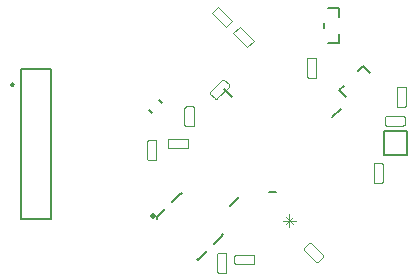
<source format=gbr>
G04 EAGLE Gerber RS-274X export*
G75*
%MOMM*%
%FSLAX34Y34*%
%LPD*%
%INSilkscreen Top*%
%IPPOS*%
%AMOC8*
5,1,8,0,0,1.08239X$1,22.5*%
G01*
%ADD10C,0.152400*%
%ADD11C,0.127000*%
%ADD12C,0.076200*%
%ADD13C,0.508000*%
%ADD14C,0.200000*%


D10*
X562549Y449531D02*
X556807Y455273D01*
X560753Y459218D01*
X572972Y471437D02*
X576918Y475383D01*
X582659Y469641D01*
D11*
X594400Y400800D02*
X614400Y400800D01*
X594400Y400800D02*
X594400Y420800D01*
X614400Y420800D01*
X614400Y400800D01*
X543650Y508095D02*
X543650Y511905D01*
X547460Y495395D02*
X556350Y495395D01*
X556350Y503015D01*
X556350Y516985D02*
X556350Y524605D01*
X547460Y524605D01*
D12*
X427025Y441490D02*
X426956Y441488D01*
X426888Y441483D01*
X426820Y441473D01*
X426752Y441460D01*
X426685Y441444D01*
X426619Y441424D01*
X426555Y441400D01*
X426492Y441373D01*
X426430Y441342D01*
X426370Y441308D01*
X426312Y441271D01*
X426256Y441231D01*
X426203Y441188D01*
X426152Y441142D01*
X426103Y441093D01*
X426057Y441042D01*
X426014Y440989D01*
X425974Y440933D01*
X425937Y440875D01*
X425903Y440815D01*
X425872Y440753D01*
X425845Y440690D01*
X425821Y440626D01*
X425801Y440560D01*
X425785Y440493D01*
X425772Y440425D01*
X425762Y440357D01*
X425757Y440289D01*
X425755Y440220D01*
X427025Y441490D02*
X432375Y441490D01*
X432444Y441488D01*
X432512Y441483D01*
X432580Y441473D01*
X432648Y441460D01*
X432715Y441444D01*
X432781Y441424D01*
X432845Y441400D01*
X432908Y441373D01*
X432970Y441342D01*
X433030Y441308D01*
X433088Y441271D01*
X433144Y441231D01*
X433197Y441188D01*
X433248Y441142D01*
X433297Y441093D01*
X433343Y441042D01*
X433386Y440989D01*
X433426Y440933D01*
X433463Y440875D01*
X433497Y440815D01*
X433528Y440753D01*
X433555Y440690D01*
X433579Y440626D01*
X433599Y440560D01*
X433615Y440493D01*
X433628Y440425D01*
X433638Y440357D01*
X433643Y440289D01*
X433645Y440220D01*
X433645Y425980D01*
X433643Y425911D01*
X433638Y425843D01*
X433628Y425775D01*
X433615Y425707D01*
X433599Y425640D01*
X433579Y425574D01*
X433555Y425510D01*
X433528Y425447D01*
X433497Y425385D01*
X433463Y425325D01*
X433426Y425267D01*
X433386Y425211D01*
X433343Y425158D01*
X433297Y425107D01*
X433248Y425058D01*
X433197Y425012D01*
X433144Y424969D01*
X433088Y424929D01*
X433030Y424892D01*
X432970Y424858D01*
X432908Y424827D01*
X432845Y424800D01*
X432781Y424776D01*
X432715Y424756D01*
X432648Y424740D01*
X432580Y424727D01*
X432512Y424717D01*
X432444Y424712D01*
X432375Y424710D01*
X427025Y424710D01*
X426956Y424712D01*
X426888Y424717D01*
X426820Y424727D01*
X426752Y424740D01*
X426685Y424756D01*
X426619Y424776D01*
X426555Y424800D01*
X426492Y424827D01*
X426430Y424858D01*
X426370Y424892D01*
X426312Y424929D01*
X426256Y424969D01*
X426203Y425012D01*
X426152Y425058D01*
X426103Y425107D01*
X426057Y425158D01*
X426014Y425211D01*
X425974Y425267D01*
X425937Y425325D01*
X425903Y425385D01*
X425872Y425447D01*
X425845Y425510D01*
X425821Y425574D01*
X425801Y425640D01*
X425785Y425707D01*
X425772Y425775D01*
X425762Y425843D01*
X425757Y425911D01*
X425755Y425980D01*
X425755Y440220D01*
X595410Y426625D02*
X595412Y426556D01*
X595417Y426488D01*
X595427Y426420D01*
X595440Y426352D01*
X595456Y426285D01*
X595476Y426219D01*
X595500Y426155D01*
X595527Y426092D01*
X595558Y426030D01*
X595592Y425970D01*
X595629Y425912D01*
X595669Y425856D01*
X595712Y425803D01*
X595758Y425752D01*
X595807Y425703D01*
X595858Y425657D01*
X595911Y425614D01*
X595967Y425574D01*
X596025Y425537D01*
X596085Y425503D01*
X596147Y425472D01*
X596210Y425445D01*
X596274Y425421D01*
X596340Y425401D01*
X596407Y425385D01*
X596475Y425372D01*
X596543Y425362D01*
X596611Y425357D01*
X596680Y425355D01*
X595410Y426625D02*
X595410Y431975D01*
X595412Y432044D01*
X595417Y432112D01*
X595427Y432180D01*
X595440Y432248D01*
X595456Y432315D01*
X595476Y432381D01*
X595500Y432445D01*
X595527Y432508D01*
X595558Y432570D01*
X595592Y432630D01*
X595629Y432688D01*
X595669Y432744D01*
X595712Y432797D01*
X595758Y432848D01*
X595807Y432897D01*
X595858Y432943D01*
X595911Y432986D01*
X595967Y433026D01*
X596025Y433063D01*
X596085Y433097D01*
X596147Y433128D01*
X596210Y433155D01*
X596274Y433179D01*
X596340Y433199D01*
X596407Y433215D01*
X596475Y433228D01*
X596543Y433238D01*
X596611Y433243D01*
X596680Y433245D01*
X610920Y433245D01*
X610989Y433243D01*
X611057Y433238D01*
X611125Y433228D01*
X611193Y433215D01*
X611260Y433199D01*
X611326Y433179D01*
X611390Y433155D01*
X611453Y433128D01*
X611515Y433097D01*
X611575Y433063D01*
X611633Y433026D01*
X611689Y432986D01*
X611742Y432943D01*
X611793Y432897D01*
X611842Y432848D01*
X611888Y432797D01*
X611931Y432744D01*
X611971Y432688D01*
X612008Y432630D01*
X612042Y432570D01*
X612073Y432508D01*
X612100Y432445D01*
X612124Y432381D01*
X612144Y432315D01*
X612160Y432248D01*
X612173Y432180D01*
X612183Y432112D01*
X612188Y432044D01*
X612190Y431975D01*
X612190Y426625D01*
X612188Y426556D01*
X612183Y426488D01*
X612173Y426420D01*
X612160Y426352D01*
X612144Y426285D01*
X612124Y426219D01*
X612100Y426155D01*
X612073Y426092D01*
X612042Y426030D01*
X612008Y425970D01*
X611971Y425912D01*
X611931Y425856D01*
X611888Y425803D01*
X611842Y425752D01*
X611793Y425703D01*
X611742Y425657D01*
X611689Y425614D01*
X611633Y425574D01*
X611575Y425537D01*
X611515Y425503D01*
X611453Y425472D01*
X611390Y425445D01*
X611326Y425421D01*
X611260Y425401D01*
X611193Y425385D01*
X611125Y425372D01*
X611057Y425362D01*
X610989Y425357D01*
X610920Y425355D01*
X596680Y425355D01*
D13*
X399336Y348397D03*
D11*
X402423Y347778D02*
X402423Y346364D01*
X402423Y347778D02*
X409494Y354849D01*
X415151Y360506D02*
X422929Y368284D01*
X423636Y367577D01*
X458284Y332929D02*
X450506Y325151D01*
X458284Y332929D02*
X457577Y333636D01*
X444849Y319494D02*
X437071Y311716D01*
X436364Y312423D01*
D12*
X483520Y315945D02*
X483589Y315943D01*
X483657Y315938D01*
X483725Y315928D01*
X483793Y315915D01*
X483860Y315899D01*
X483926Y315879D01*
X483990Y315855D01*
X484053Y315828D01*
X484115Y315797D01*
X484175Y315763D01*
X484233Y315726D01*
X484289Y315686D01*
X484342Y315643D01*
X484393Y315597D01*
X484442Y315548D01*
X484488Y315497D01*
X484531Y315444D01*
X484571Y315388D01*
X484608Y315330D01*
X484642Y315270D01*
X484673Y315208D01*
X484700Y315145D01*
X484724Y315081D01*
X484744Y315015D01*
X484760Y314948D01*
X484773Y314880D01*
X484783Y314812D01*
X484788Y314744D01*
X484790Y314675D01*
X484790Y309325D01*
X484788Y309256D01*
X484783Y309188D01*
X484773Y309120D01*
X484760Y309052D01*
X484744Y308985D01*
X484724Y308919D01*
X484700Y308855D01*
X484673Y308792D01*
X484642Y308730D01*
X484608Y308670D01*
X484571Y308612D01*
X484531Y308556D01*
X484488Y308503D01*
X484442Y308452D01*
X484393Y308403D01*
X484342Y308357D01*
X484289Y308314D01*
X484233Y308274D01*
X484175Y308237D01*
X484115Y308203D01*
X484053Y308172D01*
X483990Y308145D01*
X483926Y308121D01*
X483860Y308101D01*
X483793Y308085D01*
X483725Y308072D01*
X483657Y308062D01*
X483589Y308057D01*
X483520Y308055D01*
X469280Y308055D01*
X469211Y308057D01*
X469143Y308062D01*
X469075Y308072D01*
X469007Y308085D01*
X468940Y308101D01*
X468874Y308121D01*
X468810Y308145D01*
X468747Y308172D01*
X468685Y308203D01*
X468625Y308237D01*
X468567Y308274D01*
X468511Y308314D01*
X468458Y308357D01*
X468407Y308403D01*
X468358Y308452D01*
X468312Y308503D01*
X468269Y308556D01*
X468229Y308612D01*
X468192Y308670D01*
X468158Y308730D01*
X468127Y308792D01*
X468100Y308855D01*
X468076Y308919D01*
X468056Y308985D01*
X468040Y309052D01*
X468027Y309120D01*
X468017Y309188D01*
X468012Y309256D01*
X468010Y309325D01*
X468010Y314675D01*
X468012Y314744D01*
X468017Y314812D01*
X468027Y314880D01*
X468040Y314948D01*
X468056Y315015D01*
X468076Y315081D01*
X468100Y315145D01*
X468127Y315208D01*
X468158Y315270D01*
X468192Y315330D01*
X468229Y315388D01*
X468269Y315444D01*
X468312Y315497D01*
X468358Y315548D01*
X468407Y315597D01*
X468458Y315643D01*
X468511Y315686D01*
X468567Y315726D01*
X468625Y315763D01*
X468685Y315797D01*
X468747Y315828D01*
X468810Y315855D01*
X468874Y315879D01*
X468940Y315899D01*
X469007Y315915D01*
X469075Y315928D01*
X469143Y315938D01*
X469211Y315943D01*
X469280Y315945D01*
X483520Y315945D01*
X460547Y508652D02*
X448682Y520518D01*
X454261Y526097D01*
X466126Y514231D01*
X460547Y508652D01*
X466949Y503607D02*
X478814Y491741D01*
X466949Y503607D02*
X472528Y509186D01*
X484393Y497321D01*
X478814Y491741D01*
X428424Y413995D02*
X411644Y413995D01*
X428424Y413995D02*
X428424Y406105D01*
X411644Y406105D01*
X411644Y413995D01*
X395325Y412990D02*
X395256Y412988D01*
X395188Y412983D01*
X395120Y412973D01*
X395052Y412960D01*
X394985Y412944D01*
X394919Y412924D01*
X394855Y412900D01*
X394792Y412873D01*
X394730Y412842D01*
X394670Y412808D01*
X394612Y412771D01*
X394556Y412731D01*
X394503Y412688D01*
X394452Y412642D01*
X394403Y412593D01*
X394357Y412542D01*
X394314Y412489D01*
X394274Y412433D01*
X394237Y412375D01*
X394203Y412315D01*
X394172Y412253D01*
X394145Y412190D01*
X394121Y412126D01*
X394101Y412060D01*
X394085Y411993D01*
X394072Y411925D01*
X394062Y411857D01*
X394057Y411789D01*
X394055Y411720D01*
X395325Y412990D02*
X400675Y412990D01*
X400744Y412988D01*
X400812Y412983D01*
X400880Y412973D01*
X400948Y412960D01*
X401015Y412944D01*
X401081Y412924D01*
X401145Y412900D01*
X401208Y412873D01*
X401270Y412842D01*
X401330Y412808D01*
X401388Y412771D01*
X401444Y412731D01*
X401497Y412688D01*
X401548Y412642D01*
X401597Y412593D01*
X401643Y412542D01*
X401686Y412489D01*
X401726Y412433D01*
X401763Y412375D01*
X401797Y412315D01*
X401828Y412253D01*
X401855Y412190D01*
X401879Y412126D01*
X401899Y412060D01*
X401915Y411993D01*
X401928Y411925D01*
X401938Y411857D01*
X401943Y411789D01*
X401945Y411720D01*
X401945Y397480D01*
X401943Y397411D01*
X401938Y397343D01*
X401928Y397275D01*
X401915Y397207D01*
X401899Y397140D01*
X401879Y397074D01*
X401855Y397010D01*
X401828Y396947D01*
X401797Y396885D01*
X401763Y396825D01*
X401726Y396767D01*
X401686Y396711D01*
X401643Y396658D01*
X401597Y396607D01*
X401548Y396558D01*
X401497Y396512D01*
X401444Y396469D01*
X401388Y396429D01*
X401330Y396392D01*
X401270Y396358D01*
X401208Y396327D01*
X401145Y396300D01*
X401081Y396276D01*
X401015Y396256D01*
X400948Y396240D01*
X400880Y396227D01*
X400812Y396217D01*
X400744Y396212D01*
X400675Y396210D01*
X395325Y396210D01*
X395256Y396212D01*
X395188Y396217D01*
X395120Y396227D01*
X395052Y396240D01*
X394985Y396256D01*
X394919Y396276D01*
X394855Y396300D01*
X394792Y396327D01*
X394730Y396358D01*
X394670Y396392D01*
X394612Y396429D01*
X394556Y396469D01*
X394503Y396512D01*
X394452Y396558D01*
X394403Y396607D01*
X394357Y396658D01*
X394314Y396711D01*
X394274Y396767D01*
X394237Y396825D01*
X394203Y396885D01*
X394172Y396947D01*
X394145Y397010D01*
X394121Y397074D01*
X394101Y397140D01*
X394085Y397207D01*
X394072Y397275D01*
X394062Y397343D01*
X394057Y397411D01*
X394055Y397480D01*
X394055Y411720D01*
X605355Y456820D02*
X605357Y456889D01*
X605362Y456957D01*
X605372Y457025D01*
X605385Y457093D01*
X605401Y457160D01*
X605421Y457226D01*
X605445Y457290D01*
X605472Y457353D01*
X605503Y457415D01*
X605537Y457475D01*
X605574Y457533D01*
X605614Y457589D01*
X605657Y457642D01*
X605703Y457693D01*
X605752Y457742D01*
X605803Y457788D01*
X605856Y457831D01*
X605912Y457871D01*
X605970Y457908D01*
X606030Y457942D01*
X606092Y457973D01*
X606155Y458000D01*
X606219Y458024D01*
X606285Y458044D01*
X606352Y458060D01*
X606420Y458073D01*
X606488Y458083D01*
X606556Y458088D01*
X606625Y458090D01*
X611975Y458090D01*
X612044Y458088D01*
X612112Y458083D01*
X612180Y458073D01*
X612248Y458060D01*
X612315Y458044D01*
X612381Y458024D01*
X612445Y458000D01*
X612508Y457973D01*
X612570Y457942D01*
X612630Y457908D01*
X612688Y457871D01*
X612744Y457831D01*
X612797Y457788D01*
X612848Y457742D01*
X612897Y457693D01*
X612943Y457642D01*
X612986Y457589D01*
X613026Y457533D01*
X613063Y457475D01*
X613097Y457415D01*
X613128Y457353D01*
X613155Y457290D01*
X613179Y457226D01*
X613199Y457160D01*
X613215Y457093D01*
X613228Y457025D01*
X613238Y456957D01*
X613243Y456889D01*
X613245Y456820D01*
X613245Y442580D01*
X613243Y442511D01*
X613238Y442443D01*
X613228Y442375D01*
X613215Y442307D01*
X613199Y442240D01*
X613179Y442174D01*
X613155Y442110D01*
X613128Y442047D01*
X613097Y441985D01*
X613063Y441925D01*
X613026Y441867D01*
X612986Y441811D01*
X612943Y441758D01*
X612897Y441707D01*
X612848Y441658D01*
X612797Y441612D01*
X612744Y441569D01*
X612688Y441529D01*
X612630Y441492D01*
X612570Y441458D01*
X612508Y441427D01*
X612445Y441400D01*
X612381Y441376D01*
X612315Y441356D01*
X612248Y441340D01*
X612180Y441327D01*
X612112Y441317D01*
X612044Y441312D01*
X611975Y441310D01*
X606625Y441310D01*
X606556Y441312D01*
X606488Y441317D01*
X606420Y441327D01*
X606352Y441340D01*
X606285Y441356D01*
X606219Y441376D01*
X606155Y441400D01*
X606092Y441427D01*
X606030Y441458D01*
X605970Y441492D01*
X605912Y441529D01*
X605856Y441569D01*
X605803Y441612D01*
X605752Y441658D01*
X605703Y441707D01*
X605657Y441758D01*
X605614Y441811D01*
X605574Y441867D01*
X605537Y441925D01*
X605503Y441985D01*
X605472Y442047D01*
X605445Y442110D01*
X605421Y442174D01*
X605401Y442240D01*
X605385Y442307D01*
X605372Y442375D01*
X605362Y442443D01*
X605357Y442511D01*
X605355Y442580D01*
X605355Y456820D01*
D11*
X398255Y435984D02*
X395427Y438812D01*
X398255Y435984D01*
X406741Y444469D02*
X403912Y447297D01*
D12*
X461245Y301880D02*
X461243Y301811D01*
X461238Y301743D01*
X461228Y301675D01*
X461215Y301607D01*
X461199Y301540D01*
X461179Y301474D01*
X461155Y301410D01*
X461128Y301347D01*
X461097Y301285D01*
X461063Y301225D01*
X461026Y301167D01*
X460986Y301111D01*
X460943Y301058D01*
X460897Y301007D01*
X460848Y300958D01*
X460797Y300912D01*
X460744Y300869D01*
X460688Y300829D01*
X460630Y300792D01*
X460570Y300758D01*
X460508Y300727D01*
X460445Y300700D01*
X460381Y300676D01*
X460315Y300656D01*
X460248Y300640D01*
X460180Y300627D01*
X460112Y300617D01*
X460044Y300612D01*
X459975Y300610D01*
X454625Y300610D01*
X454556Y300612D01*
X454488Y300617D01*
X454420Y300627D01*
X454352Y300640D01*
X454285Y300656D01*
X454219Y300676D01*
X454155Y300700D01*
X454092Y300727D01*
X454030Y300758D01*
X453970Y300792D01*
X453912Y300829D01*
X453856Y300869D01*
X453803Y300912D01*
X453752Y300958D01*
X453703Y301007D01*
X453657Y301058D01*
X453614Y301111D01*
X453574Y301167D01*
X453537Y301225D01*
X453503Y301285D01*
X453472Y301347D01*
X453445Y301410D01*
X453421Y301474D01*
X453401Y301540D01*
X453385Y301607D01*
X453372Y301675D01*
X453362Y301743D01*
X453357Y301811D01*
X453355Y301880D01*
X453355Y316120D01*
X453357Y316189D01*
X453362Y316257D01*
X453372Y316325D01*
X453385Y316393D01*
X453401Y316460D01*
X453421Y316526D01*
X453445Y316590D01*
X453472Y316653D01*
X453503Y316715D01*
X453537Y316775D01*
X453574Y316833D01*
X453614Y316889D01*
X453657Y316942D01*
X453703Y316993D01*
X453752Y317042D01*
X453803Y317088D01*
X453856Y317131D01*
X453912Y317171D01*
X453970Y317208D01*
X454030Y317242D01*
X454092Y317273D01*
X454155Y317300D01*
X454219Y317324D01*
X454285Y317344D01*
X454352Y317360D01*
X454420Y317373D01*
X454488Y317383D01*
X454556Y317388D01*
X454625Y317390D01*
X459975Y317390D01*
X460044Y317388D01*
X460112Y317383D01*
X460180Y317373D01*
X460248Y317360D01*
X460315Y317344D01*
X460381Y317324D01*
X460445Y317300D01*
X460508Y317273D01*
X460570Y317242D01*
X460630Y317208D01*
X460688Y317171D01*
X460744Y317131D01*
X460797Y317088D01*
X460848Y317042D01*
X460897Y316993D01*
X460943Y316942D01*
X460986Y316889D01*
X461026Y316833D01*
X461063Y316775D01*
X461097Y316715D01*
X461128Y316653D01*
X461155Y316590D01*
X461179Y316526D01*
X461199Y316460D01*
X461215Y316393D01*
X461228Y316325D01*
X461238Y316257D01*
X461243Y316189D01*
X461245Y316120D01*
X461245Y301880D01*
X529555Y481320D02*
X529557Y481389D01*
X529562Y481457D01*
X529572Y481525D01*
X529585Y481593D01*
X529601Y481660D01*
X529621Y481726D01*
X529645Y481790D01*
X529672Y481853D01*
X529703Y481915D01*
X529737Y481975D01*
X529774Y482033D01*
X529814Y482089D01*
X529857Y482142D01*
X529903Y482193D01*
X529952Y482242D01*
X530003Y482288D01*
X530056Y482331D01*
X530112Y482371D01*
X530170Y482408D01*
X530230Y482442D01*
X530292Y482473D01*
X530355Y482500D01*
X530419Y482524D01*
X530485Y482544D01*
X530552Y482560D01*
X530620Y482573D01*
X530688Y482583D01*
X530756Y482588D01*
X530825Y482590D01*
X536175Y482590D01*
X536244Y482588D01*
X536312Y482583D01*
X536380Y482573D01*
X536448Y482560D01*
X536515Y482544D01*
X536581Y482524D01*
X536645Y482500D01*
X536708Y482473D01*
X536770Y482442D01*
X536830Y482408D01*
X536888Y482371D01*
X536944Y482331D01*
X536997Y482288D01*
X537048Y482242D01*
X537097Y482193D01*
X537143Y482142D01*
X537186Y482089D01*
X537226Y482033D01*
X537263Y481975D01*
X537297Y481915D01*
X537328Y481853D01*
X537355Y481790D01*
X537379Y481726D01*
X537399Y481660D01*
X537415Y481593D01*
X537428Y481525D01*
X537438Y481457D01*
X537443Y481389D01*
X537445Y481320D01*
X537445Y467080D01*
X537443Y467011D01*
X537438Y466943D01*
X537428Y466875D01*
X537415Y466807D01*
X537399Y466740D01*
X537379Y466674D01*
X537355Y466610D01*
X537328Y466547D01*
X537297Y466485D01*
X537263Y466425D01*
X537226Y466367D01*
X537186Y466311D01*
X537143Y466258D01*
X537097Y466207D01*
X537048Y466158D01*
X536997Y466112D01*
X536944Y466069D01*
X536888Y466029D01*
X536830Y465992D01*
X536770Y465958D01*
X536708Y465927D01*
X536645Y465900D01*
X536581Y465876D01*
X536515Y465856D01*
X536448Y465840D01*
X536380Y465827D01*
X536312Y465817D01*
X536244Y465812D01*
X536175Y465810D01*
X530825Y465810D01*
X530756Y465812D01*
X530688Y465817D01*
X530620Y465827D01*
X530552Y465840D01*
X530485Y465856D01*
X530419Y465876D01*
X530355Y465900D01*
X530292Y465927D01*
X530230Y465958D01*
X530170Y465992D01*
X530112Y466029D01*
X530056Y466069D01*
X530003Y466112D01*
X529952Y466158D01*
X529903Y466207D01*
X529857Y466258D01*
X529814Y466311D01*
X529774Y466367D01*
X529737Y466425D01*
X529703Y466485D01*
X529672Y466547D01*
X529645Y466610D01*
X529621Y466674D01*
X529601Y466740D01*
X529585Y466807D01*
X529572Y466875D01*
X529562Y466943D01*
X529557Y467011D01*
X529555Y467080D01*
X529555Y481320D01*
X593745Y378080D02*
X593743Y378011D01*
X593738Y377943D01*
X593728Y377875D01*
X593715Y377807D01*
X593699Y377740D01*
X593679Y377674D01*
X593655Y377610D01*
X593628Y377547D01*
X593597Y377485D01*
X593563Y377425D01*
X593526Y377367D01*
X593486Y377311D01*
X593443Y377258D01*
X593397Y377207D01*
X593348Y377158D01*
X593297Y377112D01*
X593244Y377069D01*
X593188Y377029D01*
X593130Y376992D01*
X593070Y376958D01*
X593008Y376927D01*
X592945Y376900D01*
X592881Y376876D01*
X592815Y376856D01*
X592748Y376840D01*
X592680Y376827D01*
X592612Y376817D01*
X592544Y376812D01*
X592475Y376810D01*
X587125Y376810D01*
X587056Y376812D01*
X586988Y376817D01*
X586920Y376827D01*
X586852Y376840D01*
X586785Y376856D01*
X586719Y376876D01*
X586655Y376900D01*
X586592Y376927D01*
X586530Y376958D01*
X586470Y376992D01*
X586412Y377029D01*
X586356Y377069D01*
X586303Y377112D01*
X586252Y377158D01*
X586203Y377207D01*
X586157Y377258D01*
X586114Y377311D01*
X586074Y377367D01*
X586037Y377425D01*
X586003Y377485D01*
X585972Y377547D01*
X585945Y377610D01*
X585921Y377674D01*
X585901Y377740D01*
X585885Y377807D01*
X585872Y377875D01*
X585862Y377943D01*
X585857Y378011D01*
X585855Y378080D01*
X585855Y392320D01*
X585857Y392389D01*
X585862Y392457D01*
X585872Y392525D01*
X585885Y392593D01*
X585901Y392660D01*
X585921Y392726D01*
X585945Y392790D01*
X585972Y392853D01*
X586003Y392915D01*
X586037Y392975D01*
X586074Y393033D01*
X586114Y393089D01*
X586157Y393142D01*
X586203Y393193D01*
X586252Y393242D01*
X586303Y393288D01*
X586356Y393331D01*
X586412Y393371D01*
X586470Y393408D01*
X586530Y393442D01*
X586592Y393473D01*
X586655Y393500D01*
X586719Y393524D01*
X586785Y393544D01*
X586852Y393560D01*
X586920Y393573D01*
X586988Y393583D01*
X587056Y393588D01*
X587125Y393590D01*
X592475Y393590D01*
X592544Y393588D01*
X592612Y393583D01*
X592680Y393573D01*
X592748Y393560D01*
X592815Y393544D01*
X592881Y393524D01*
X592945Y393500D01*
X593008Y393473D01*
X593070Y393442D01*
X593130Y393408D01*
X593188Y393371D01*
X593244Y393331D01*
X593297Y393288D01*
X593348Y393242D01*
X593397Y393193D01*
X593443Y393142D01*
X593486Y393089D01*
X593526Y393033D01*
X593563Y392975D01*
X593597Y392915D01*
X593628Y392853D01*
X593655Y392790D01*
X593679Y392726D01*
X593699Y392660D01*
X593715Y392593D01*
X593728Y392525D01*
X593738Y392457D01*
X593743Y392389D01*
X593745Y392320D01*
X593745Y378080D01*
X527227Y321910D02*
X527180Y321860D01*
X527135Y321808D01*
X527094Y321753D01*
X527055Y321696D01*
X527019Y321637D01*
X526987Y321576D01*
X526958Y321514D01*
X526933Y321450D01*
X526911Y321385D01*
X526893Y321318D01*
X526878Y321251D01*
X526867Y321183D01*
X526859Y321115D01*
X526855Y321046D01*
X526855Y320978D01*
X526859Y320909D01*
X526867Y320841D01*
X526878Y320773D01*
X526893Y320706D01*
X526911Y320639D01*
X526933Y320574D01*
X526958Y320510D01*
X526987Y320448D01*
X527019Y320387D01*
X527055Y320328D01*
X527094Y320271D01*
X527135Y320216D01*
X527180Y320164D01*
X527227Y320114D01*
X527227Y321910D02*
X531010Y325693D01*
X531060Y325740D01*
X531112Y325785D01*
X531167Y325826D01*
X531224Y325865D01*
X531283Y325901D01*
X531344Y325933D01*
X531406Y325962D01*
X531470Y325987D01*
X531535Y326009D01*
X531602Y326027D01*
X531669Y326042D01*
X531737Y326053D01*
X531805Y326061D01*
X531874Y326065D01*
X531942Y326065D01*
X532011Y326061D01*
X532079Y326053D01*
X532147Y326042D01*
X532214Y326027D01*
X532281Y326009D01*
X532346Y325987D01*
X532410Y325962D01*
X532472Y325933D01*
X532533Y325901D01*
X532592Y325865D01*
X532649Y325826D01*
X532704Y325785D01*
X532756Y325740D01*
X532806Y325693D01*
X542876Y315624D01*
X542923Y315574D01*
X542968Y315522D01*
X543009Y315467D01*
X543048Y315410D01*
X543084Y315351D01*
X543116Y315290D01*
X543145Y315228D01*
X543170Y315164D01*
X543192Y315099D01*
X543210Y315032D01*
X543225Y314965D01*
X543236Y314897D01*
X543244Y314829D01*
X543248Y314760D01*
X543248Y314692D01*
X543244Y314623D01*
X543236Y314555D01*
X543225Y314487D01*
X543210Y314420D01*
X543192Y314353D01*
X543170Y314288D01*
X543145Y314224D01*
X543116Y314162D01*
X543084Y314101D01*
X543048Y314042D01*
X543009Y313985D01*
X542968Y313930D01*
X542923Y313878D01*
X542876Y313828D01*
X539093Y310044D01*
X539043Y309997D01*
X538991Y309952D01*
X538936Y309911D01*
X538879Y309872D01*
X538820Y309836D01*
X538759Y309804D01*
X538697Y309775D01*
X538633Y309750D01*
X538568Y309728D01*
X538501Y309710D01*
X538434Y309695D01*
X538366Y309684D01*
X538298Y309676D01*
X538229Y309672D01*
X538161Y309672D01*
X538092Y309676D01*
X538024Y309684D01*
X537956Y309695D01*
X537889Y309710D01*
X537822Y309728D01*
X537757Y309750D01*
X537693Y309775D01*
X537631Y309804D01*
X537570Y309836D01*
X537511Y309872D01*
X537454Y309911D01*
X537399Y309952D01*
X537347Y309997D01*
X537297Y310044D01*
X527227Y320114D01*
D10*
X550828Y432451D02*
X558012Y439635D01*
X471802Y364919D02*
X464438Y357555D01*
X466055Y449334D02*
X458870Y456518D01*
X497126Y369409D02*
X502874Y369409D01*
D12*
X514512Y350464D02*
X514512Y339200D01*
X520144Y344832D02*
X508880Y344832D01*
X511696Y347648D02*
X517328Y342016D01*
X517328Y347648D02*
X511696Y342016D01*
X514512Y339200D02*
X514512Y350464D01*
X520144Y344832D02*
X508880Y344832D01*
X511696Y347648D02*
X517328Y342016D01*
X517328Y347648D02*
X511696Y342016D01*
X459400Y463914D02*
X459350Y463961D01*
X459298Y464006D01*
X459243Y464047D01*
X459186Y464086D01*
X459127Y464122D01*
X459066Y464154D01*
X459004Y464183D01*
X458940Y464208D01*
X458875Y464230D01*
X458808Y464248D01*
X458741Y464263D01*
X458673Y464274D01*
X458605Y464282D01*
X458536Y464286D01*
X458468Y464286D01*
X458399Y464282D01*
X458331Y464274D01*
X458263Y464263D01*
X458196Y464248D01*
X458129Y464230D01*
X458064Y464208D01*
X458000Y464183D01*
X457938Y464154D01*
X457877Y464122D01*
X457818Y464086D01*
X457761Y464047D01*
X457706Y464006D01*
X457654Y463961D01*
X457604Y463914D01*
X459400Y463914D02*
X463183Y460131D01*
X463230Y460081D01*
X463275Y460029D01*
X463316Y459974D01*
X463355Y459917D01*
X463391Y459858D01*
X463423Y459797D01*
X463452Y459735D01*
X463477Y459671D01*
X463499Y459606D01*
X463517Y459539D01*
X463532Y459472D01*
X463543Y459404D01*
X463551Y459336D01*
X463555Y459267D01*
X463555Y459199D01*
X463551Y459130D01*
X463543Y459062D01*
X463532Y458994D01*
X463517Y458927D01*
X463499Y458860D01*
X463477Y458795D01*
X463452Y458731D01*
X463423Y458669D01*
X463391Y458608D01*
X463355Y458549D01*
X463316Y458492D01*
X463275Y458437D01*
X463230Y458385D01*
X463183Y458335D01*
X453113Y448266D01*
X453063Y448219D01*
X453011Y448174D01*
X452956Y448133D01*
X452899Y448094D01*
X452840Y448058D01*
X452779Y448026D01*
X452717Y447997D01*
X452653Y447972D01*
X452588Y447950D01*
X452521Y447932D01*
X452454Y447917D01*
X452386Y447906D01*
X452318Y447898D01*
X452249Y447894D01*
X452181Y447894D01*
X452112Y447898D01*
X452044Y447906D01*
X451976Y447917D01*
X451909Y447932D01*
X451842Y447950D01*
X451777Y447972D01*
X451713Y447997D01*
X451651Y448026D01*
X451590Y448058D01*
X451531Y448094D01*
X451474Y448133D01*
X451419Y448174D01*
X451367Y448219D01*
X451317Y448266D01*
X447534Y452049D01*
X447487Y452099D01*
X447442Y452151D01*
X447401Y452206D01*
X447362Y452263D01*
X447326Y452322D01*
X447294Y452383D01*
X447265Y452445D01*
X447240Y452509D01*
X447218Y452574D01*
X447200Y452641D01*
X447185Y452708D01*
X447174Y452776D01*
X447166Y452844D01*
X447162Y452913D01*
X447162Y452981D01*
X447166Y453050D01*
X447174Y453118D01*
X447185Y453186D01*
X447200Y453253D01*
X447218Y453320D01*
X447240Y453385D01*
X447265Y453449D01*
X447294Y453511D01*
X447326Y453572D01*
X447362Y453631D01*
X447401Y453688D01*
X447442Y453743D01*
X447487Y453795D01*
X447534Y453845D01*
X457604Y463914D01*
D11*
X312700Y473500D02*
X312700Y346500D01*
X287300Y346500D01*
X287300Y473500D01*
X312700Y473500D01*
D14*
X279000Y460200D02*
X279002Y460263D01*
X279008Y460325D01*
X279018Y460387D01*
X279031Y460449D01*
X279049Y460509D01*
X279070Y460568D01*
X279095Y460626D01*
X279124Y460682D01*
X279156Y460736D01*
X279191Y460788D01*
X279229Y460837D01*
X279271Y460885D01*
X279315Y460929D01*
X279363Y460971D01*
X279412Y461009D01*
X279464Y461044D01*
X279518Y461076D01*
X279574Y461105D01*
X279632Y461130D01*
X279691Y461151D01*
X279751Y461169D01*
X279813Y461182D01*
X279875Y461192D01*
X279937Y461198D01*
X280000Y461200D01*
X280063Y461198D01*
X280125Y461192D01*
X280187Y461182D01*
X280249Y461169D01*
X280309Y461151D01*
X280368Y461130D01*
X280426Y461105D01*
X280482Y461076D01*
X280536Y461044D01*
X280588Y461009D01*
X280637Y460971D01*
X280685Y460929D01*
X280729Y460885D01*
X280771Y460837D01*
X280809Y460788D01*
X280844Y460736D01*
X280876Y460682D01*
X280905Y460626D01*
X280930Y460568D01*
X280951Y460509D01*
X280969Y460449D01*
X280982Y460387D01*
X280992Y460325D01*
X280998Y460263D01*
X281000Y460200D01*
X280998Y460137D01*
X280992Y460075D01*
X280982Y460013D01*
X280969Y459951D01*
X280951Y459891D01*
X280930Y459832D01*
X280905Y459774D01*
X280876Y459718D01*
X280844Y459664D01*
X280809Y459612D01*
X280771Y459563D01*
X280729Y459515D01*
X280685Y459471D01*
X280637Y459429D01*
X280588Y459391D01*
X280536Y459356D01*
X280482Y459324D01*
X280426Y459295D01*
X280368Y459270D01*
X280309Y459249D01*
X280249Y459231D01*
X280187Y459218D01*
X280125Y459208D01*
X280063Y459202D01*
X280000Y459200D01*
X279937Y459202D01*
X279875Y459208D01*
X279813Y459218D01*
X279751Y459231D01*
X279691Y459249D01*
X279632Y459270D01*
X279574Y459295D01*
X279518Y459324D01*
X279464Y459356D01*
X279412Y459391D01*
X279363Y459429D01*
X279315Y459471D01*
X279271Y459515D01*
X279229Y459563D01*
X279191Y459612D01*
X279156Y459664D01*
X279124Y459718D01*
X279095Y459774D01*
X279070Y459832D01*
X279049Y459891D01*
X279031Y459951D01*
X279018Y460013D01*
X279008Y460075D01*
X279002Y460137D01*
X279000Y460200D01*
M02*

</source>
